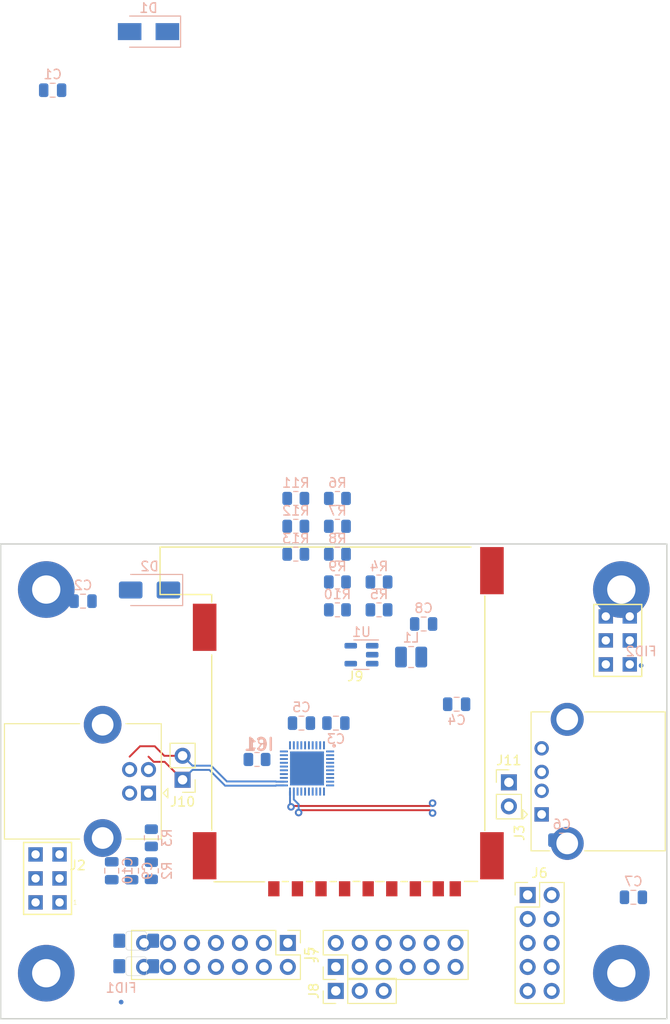
<source format=kicad_pcb>
(kicad_pcb (version 20221018) (generator pcbnew)
  (layers (0 "F.Cu" signal) (31 "B.Cu" signal) (34 "B.Paste" user) (35 "F.Paste" user) (36 "B.SilkS" user "B.Silkscreen") (37 "F.SilkS" user "F.Silkscreen") (38 "B.Mask" user) (39 "F.Mask" user) (44 "Edge.Cuts" user))
  (net 0 "")
  (net 1 "VCC")
  (net 2 "GND")
  (net 3 "/CLDO")
  (net 4 "/VIO")
  (net 5 "/VTM")
  (net 6 "/VBUS")
  (net 7 "Net-(D3-A)")
  (net 8 "Net-(D4-A)")
  (net 9 "/i2c")
  (net 10 "/SCL")
  (net 11 "/SDA")
  (net 12 "/i2c_addr")
  (net 13 "/#BERR")
  (net 14 "/#BUSSY")
  (net 15 "/mode")
  (net 16 "/#RST")
  (net 17 "Net-(IC1-CDAT1_3)")
  (net 18 "Net-(IC1-CDAT1_2)")
  (net 19 "Net-(IC1-CDAT1_1)")
  (net 20 "Net-(IC1-CDAT1_0)")
  (net 21 "/DAT3")
  (net 22 "/DAT2")
  (net 23 "/DAT1")
  (net 24 "/DAT0")
  (net 25 "/USB_OUT_D-")
  (net 26 "/USB_OUT_D+")
  (net 27 "/USB_IN_D-")
  (net 28 "/USB_IN_D+")
  (net 30 "/RREF")
  (net 31 "/KVBUS")
  (net 32 "/CLK")
  (net 33 "/PRST")
  (net 34 "/CMD")
  (net 35 "/CCLK")
  (net 36 "/CCMD")
  (net 37 "/SDP")
  (net 38 "Net-(Q2-C)")
  (net 39 "Net-(Q1-C)")
  (net 41 "Net-(U1-COM)")
  (net 42 "Net-(Q2-B)")
  (net 43 "Net-(Q1-B)")
  (net 44 "/VSD")
  (footprint "Mlab_Mechanical:MountingHole_3mm" (layer "F.Cu") (at 178.98 84.68)
    (fp_text reference "M2" hide)
    (fp_text value "HOLE M3" hide)
    (pad "1" thru_hole circle locked (at 0 0) (size 6 6) (drill 3) (layers "*.Cu" "*.Mask") (net 2 "GND") (clearance 1))
  )
  (footprint "Connector_PinHeader_2.54mm:PinHeader_2x06_P2.54mm_Vertical" (layer "F.Cu") (at 148.71 124.655 90)
    (fp_text reference "J7" (at 1.27 -2.33 90) (layer "F.SilkS"))
    (fp_text value "HEADER_2x04_PARALLEL" hide)
    (fp_line (start -1.33 -1.33) (end 0 -1.33) (stroke (width 0.12)) (layer "F.SilkS"))
    (fp_line (start -1.33 0) (end -1.33 -1.33) (stroke (width 0.12)) (layer "F.SilkS"))
    (fp_line (start -1.33 1.27) (end -1.33 14.03) (stroke (width 0.12)) (layer "F.SilkS"))
    (fp_line (start -1.33 1.27) (end 1.27 1.27) (stroke (width 0.12)) (layer "F.SilkS"))
    (fp_line (start -1.33 14.03) (end 3.87 14.03) (stroke (width 0.12)) (layer "F.SilkS"))
    (fp_line (start 1.27 -1.33) (end 3.87 -1.33) (stroke (width 0.12)) (layer "F.SilkS"))
    (fp_line (start 1.27 1.27) (end 1.27 -1.33) (stroke (width 0.12)) (layer "F.SilkS"))
    (fp_line (start 3.87 -1.33) (end 3.87 14.03) (stroke (width 0.12)) (layer "F.SilkS"))
    (pad "1" thru_hole rect (at 0 0 90) (size 1.7 1.7) (drill 1) (layers "*.Cu" "*.Mask") (net 37 "/SDP"))
    (pad "2" thru_hole oval (at 2.54 0 90) (size 1.7 1.7) (drill 1) (layers "*.Cu" "*.Mask") (net 37 "/SDP"))
    (pad "3" thru_hole oval (at 0 2.54 90) (size 1.7 1.7) (drill 1) (layers "*.Cu" "*.Mask") (net 15 "/mode"))
    (pad "4" thru_hole oval (at 2.54 2.54 90) (size 1.7 1.7) (drill 1) (layers "*.Cu" "*.Mask") (net 15 "/mode"))
    (pad "5" thru_hole oval (at 0 5.08 90) (size 1.7 1.7) (drill 1) (layers "*.Cu" "*.Mask") (net 9 "/i2c"))
    (pad "6" thru_hole oval (at 2.54 5.08 90) (size 1.7 1.7) (drill 1) (layers "*.Cu" "*.Mask") (net 9 "/i2c"))
    (pad "7" thru_hole oval (at 0 7.62 90) (size 1.7 1.7) (drill 1) (layers "*.Cu" "*.Mask") (net 16 "/#RST"))
    (pad "8" thru_hole oval (at 2.54 7.62 90) (size 1.7 1.7) (drill 1) (layers "*.Cu" "*.Mask") (net 16 "/#RST"))
    (pad "9" thru_hole oval (at 0 10.16 90) (size 1.7 1.7) (drill 1) (layers "*.Cu" "*.Mask") (net 38 "Net-(Q2-C)"))
    (pad "10" thru_hole oval (at 2.54 10.16 90) (size 1.7 1.7) (drill 1) (layers "*.Cu" "*.Mask") (net 38 "Net-(Q2-C)"))
    (pad "11" thru_hole oval (at 0 12.7 90) (size 1.7 1.7) (drill 1) (layers "*.Cu" "*.Mask") (net 39 "Net-(Q1-C)"))
    (pad "12" thru_hole oval (at 2.54 12.7 90) (size 1.7 1.7) (drill 1) (layers "*.Cu" "*.Mask") (net 39 "Net-(Q1-C)"))
  )
  (footprint "Mlab_Mechanical:MountingHole_3mm" (layer "F.Cu") (at 178.98 125.32)
    (fp_text reference "M4" hide)
    (fp_text value "HOLE" hide)
    (pad "1" thru_hole circle locked (at 0 0) (size 6 6) (drill 3) (layers "*.Cu" "*.Mask") (net 2 "GND") (clearance 1))
  )
  (footprint "Mlab_CON:FPS009-4200-0" (layer "F.Cu") (at 150.03585 80.18 90)
    (fp_text reference "J9" (at -13.7016 0.7493) (layer "F.SilkS"))
    (fp_text value "SD_Card-FPS009-4200-0")
    (fp_line (start -35.4584 -8.8646) (end -35.4584 -14.224) (stroke (width 0.15)) (layer "F.SilkS"))
    (fp_line (start -35.433 -6.985) (end -35.433 -6.3627) (stroke (width 0.15)) (layer "F.SilkS"))
    (fp_line (start -35.433 -4.4323) (end -35.433 -3.81) (stroke (width 0.15)) (layer "F.SilkS"))
    (fp_line (start -35.433 -1.9177) (end -35.433 -1.27) (stroke (width 0.15)) (layer "F.SilkS"))
    (fp_line (start -35.433 2.921) (end -35.433 3.0734) (stroke (width 0.15)) (layer "F.SilkS"))
    (fp_line (start -35.433 3.0734) (end -35.433 3.7846) (stroke (width 0.15)) (layer "F.SilkS"))
    (fp_line (start -35.433 5.588) (end -35.433 6.2484) (stroke (width 0.15)) (layer "F.SilkS"))
    (fp_line (start -35.433 8.0137) (end -35.433 8.7503) (stroke (width 0.15)) (layer "F.SilkS"))
    (fp_line (start -35.4203 0.5207) (end -35.4203 1.2319) (stroke (width 0.15)) (layer "F.SilkS"))
    (fp_line (start -35.4203 12.319) (end -35.4203 13.7033) (stroke (width 0.15)) (layer "F.SilkS"))
    (fp_line (start -30.0228 14.475) (end -5.1816 14.475) (stroke (width 0.15)) (layer "F.SilkS"))
    (fp_line (start -29.9847 -14.475) (end -11.43 -14.475) (stroke (width 0.15)) (layer "F.SilkS"))
    (fp_line (start -5.8547 -14.475) (end -5.0292 -14.475) (stroke (width 0.15)) (layer "F.SilkS"))
    (fp_line (start -5.0292 -19.95) (end 0 -19.95) (stroke (width 0.15)) (layer "F.SilkS"))
    (fp_line (start -5.0292 -14.475) (end -5.0292 -19.95) (stroke (width 0.15)) (layer "F.SilkS"))
    (fp_line (start 0 -19.95) (end 0 13) (stroke (width 0.15)) (layer "F.SilkS"))
    (pad "1" smd rect (at -36.2 -5.39 270) (size 1.6 1.2) (layers "F.Cu" "F.Paste" "F.Mask") (net 17 "Net-(IC1-CDAT1_3)"))
    (pad "2" smd rect (at -36.2 -2.89 270) (size 1.6 1.2) (layers "F.Cu" "F.Paste" "F.Mask") (net 36 "/CCMD"))
    (pad "3" smd rect (at -36.2 -0.39 270) (size 1.6 1.2) (layers "F.Cu" "F.Paste" "F.Mask") (net 2 "GND"))
    (pad "4" smd rect (at -36.2 2.11 270) (size 1.6 1.2) (layers "F.Cu" "F.Paste" "F.Mask") (net 44 "/VSD"))
    (pad "5" smd rect (at -36.2 4.61 270) (size 1.6 1.2) (layers "F.Cu" "F.Paste" "F.Mask") (net 35 "/CCLK"))
    (pad "6" smd rect (at -36.2 7.11 270) (size 1.6 1.2) (layers "F.Cu" "F.Paste" "F.Mask") (net 2 "GND"))
    (pad "7" smd rect (at -36.2 9.54 270) (size 1.6 1.2) (layers "F.Cu" "F.Paste" "F.Mask") (net 20 "Net-(IC1-CDAT1_0)"))
    (pad "8" smd rect (at -36.2 11.34 270) (size 1.6 1.2) (layers "F.Cu" "F.Paste" "F.Mask") (net 19 "Net-(IC1-CDAT1_1)"))
    (pad "9" smd rect (at -36.2 -7.89 180) (size 1.2 1.6) (layers "F.Cu" "F.Paste" "F.Mask") (net 18 "Net-(IC1-CDAT1_2)"))
    (pad "12" smd rect (at -32.7 -15.225 270) (size 5 2.5) (layers "F.Cu" "F.Paste" "F.Mask"))
    (pad "12" smd rect (at -32.7 15.225 270) (size 5 2.5) (layers "F.Cu" "F.Paste" "F.Mask"))
    (pad "12" smd rect (at -8.5 -15.225 270) (size 5 2.5) (layers "F.Cu" "F.Paste" "F.Mask"))
    (pad "12" smd rect (at -2.5 15.225 270) (size 5 2.5) (layers "F.Cu" "F.Paste" "F.Mask"))
  )
  (footprint "Connector_PinHeader_2.54mm:PinHeader_2x05_P2.54mm_Vertical" (layer "F.Cu") (at 169.05 117.04)
    (fp_text reference "J6" (at 1.27 -2.33) (layer "F.SilkS"))
    (fp_text value "HEADER_2x05_PARALLEL" hide)
    (fp_line (start -1.33 -1.33) (end 0 -1.33) (stroke (width 0.12)) (layer "F.SilkS"))
    (fp_line (start -1.33 0) (end -1.33 -1.33) (stroke (width 0.12)) (layer "F.SilkS"))
    (fp_line (start -1.33 1.27) (end -1.33 11.49) (stroke (width 0.12)) (layer "F.SilkS"))
    (fp_line (start -1.33 1.27) (end 1.27 1.27) (stroke (width 0.12)) (layer "F.SilkS"))
    (fp_line (start -1.33 11.49) (end 3.87 11.49) (stroke (width 0.12)) (layer "F.SilkS"))
    (fp_line (start 1.27 -1.33) (end 3.87 -1.33) (stroke (width 0.12)) (layer "F.SilkS"))
    (fp_line (start 1.27 1.27) (end 1.27 -1.33) (stroke (width 0.12)) (layer "F.SilkS"))
    (fp_line (start 3.87 -1.33) (end 3.87 11.49) (stroke (width 0.12)) (layer "F.SilkS"))
    (pad "1" thru_hole rect (at 0 0) (size 1.7 1.7) (drill 1) (layers "*.Cu" "*.Mask") (net 2 "GND"))
    (pad "2" thru_hole oval (at 2.54 0) (size 1.7 1.7) (drill 1) (layers "*.Cu" "*.Mask") (net 2 "GND"))
    (pad "3" thru_hole oval (at 0 2.54) (size 1.7 1.7) (drill 1) (layers "*.Cu" "*.Mask") (net 11 "/SDA"))
    (pad "4" thru_hole oval (at 2.54 2.54) (size 1.7 1.7) (drill 1) (layers "*.Cu" "*.Mask") (net 11 "/SDA"))
    (pad "5" thru_hole oval (at 0 5.08) (size 1.7 1.7) (drill 1) (layers "*.Cu" "*.Mask") (net 1 "VCC"))
    (pad "6" thru_hole oval (at 2.54 5.08) (size 1.7 1.7) (drill 1) (layers "*.Cu" "*.Mask") (net 1 "VCC"))
    (pad "7" thru_hole oval (at 0 7.62) (size 1.7 1.7) (drill 1) (layers "*.Cu" "*.Mask") (net 10 "/SCL"))
    (pad "8" thru_hole oval (at 2.54 7.62) (size 1.7 1.7) (drill 1) (layers "*.Cu" "*.Mask") (net 10 "/SCL"))
    (pad "9" thru_hole oval (at 0 10.16) (size 1.7 1.7) (drill 1) (layers "*.Cu" "*.Mask") (net 2 "GND"))
    (pad "10" thru_hole oval (at 2.54 10.16) (size 1.7 1.7) (drill 1) (layers "*.Cu" "*.Mask") (net 2 "GND"))
  )
  (footprint "Connector_PinHeader_2.54mm:PinHeader_1x02_P2.54mm_Vertical" (layer "F.Cu") (at 132.4725 104.83 180)
    (fp_text reference "J10" (at 0 -2.33) (layer "F.SilkS"))
    (fp_text value "HEADER_1x02" hide)
    (fp_line (start -1.33 -1.33) (end 0 -1.33) (stroke (width 0.12)) (layer "F.SilkS"))
    (fp_line (start -1.33 0) (end -1.33 -1.33) (stroke (width 0.12)) (layer "F.SilkS"))
    (fp_line (start -1.33 1.27) (end -1.33 3.87) (stroke (width 0.12)) (layer "F.SilkS"))
    (fp_line (start -1.33 1.27) (end 1.33 1.27) (stroke (width 0.12)) (layer "F.SilkS"))
    (fp_line (start -1.33 3.87) (end 1.33 3.87) (stroke (width 0.12)) (layer "F.SilkS"))
    (fp_line (start 1.33 1.27) (end 1.33 3.87) (stroke (width 0.12)) (layer "F.SilkS"))
    (pad "1" thru_hole rect (at 0 0 180) (size 1.7 1.7) (drill 1) (layers "*.Cu" "*.Mask") (net 27 "/USB_IN_D-"))
    (pad "2" thru_hole oval (at 0 2.54 180) (size 1.7 1.7) (drill 1) (layers "*.Cu" "*.Mask") (net 28 "/USB_IN_D+"))
  )
  (footprint "Connector_USB:USB_B_Lumberg_2411_02_Horizontal" (layer "F.Cu") (at 128.86 106.249999 180)
    (fp_text reference "J2" (at 7.5 -7.65) (layer "F.SilkS"))
    (fp_text value "USB_B" hide)
    (fp_line (start -2.05 -0.5) (end -2.05 0.5) (stroke (width 0.12)) (layer "F.SilkS"))
    (fp_line (start -2.05 0.5) (end -1.55 0) (stroke (width 0.12)) (layer "F.SilkS"))
    (fp_line (start -1.55 0) (end -2.05 -0.5) (stroke (width 0.12)) (layer "F.SilkS"))
    (fp_line (start -1.35 -4.86) (end 2.4 -4.86) (stroke (width 0.12)) (layer "F.SilkS"))
    (fp_line (start -1.35 7.36) (end -1.35 -4.86) (stroke (width 0.12)) (layer "F.SilkS"))
    (fp_line (start -1.35 7.36) (end 2.4 7.36) (stroke (width 0.12)) (layer "F.SilkS"))
    (fp_line (start 15.27 -4.86) (end 7.3 -4.86) (stroke (width 0.12)) (layer "F.SilkS"))
    (fp_line (start 15.27 7.36) (end 7.3 7.36) (stroke (width 0.12)) (layer "F.SilkS"))
    (fp_line (start 15.27 7.36) (end 15.27 -4.86) (stroke (width 0.12)) (layer "F.SilkS"))
    (pad "1" thru_hole rect (at 0 0 270) (size 1.6 1.6) (drill 0.95) (layers "*.Cu" "*.Mask") (net 6 "/VBUS"))
    (pad "2" thru_hole circle (at 0 2.5 270) (size 1.6 1.6) (drill 0.95) (layers "*.Cu" "*.Mask") (net 27 "/USB_IN_D-"))
    (pad "3" thru_hole circle (at 2 2.5 270) (size 1.6 1.6) (drill 0.95) (layers "*.Cu" "*.Mask") (net 28 "/USB_IN_D+"))
    (pad "4" thru_hole circle (at 2 0 270) (size 1.6 1.6) (drill 0.95) (layers "*.Cu" "*.Mask") (net 2 "GND"))
    (pad "5" thru_hole circle (at 4.86 -4.75 270) (size 4 4) (drill 2.3) (layers "*.Cu" "*.Mask") (net 2 "GND"))
    (pad "5" thru_hole circle (at 4.86 7.25 270) (size 4 4) (drill 2.3) (layers "*.Cu" "*.Mask") (net 2 "GND"))
  )
  (footprint "Mlab_Pin_Headers:Straight_2x03" (layer "F.Cu") (at 178.6025 90.07)
    (fp_text reference "J1" hide)
    (fp_text value "3.3V" hide)
    (fp_line (start -2.54 -3.81) (end 2.54 -3.81) (stroke (width 0.15)) (layer "F.SilkS"))
    (fp_line (start -2.54 3.81) (end -2.54 -3.81) (stroke (width 0.15)) (layer "F.SilkS"))
    (fp_line (start 2.54 -3.81) (end 2.54 3.81) (stroke (width 0.15)) (layer "F.SilkS"))
    (fp_line (start 2.54 3.81) (end -2.54 3.81) (stroke (width 0.15)) (layer "F.SilkS"))
    (pad "1" thru_hole rect (at -1.27 -2.54) (size 1.524 1.524) (drill 0.889) (layers "*.Cu" "*.Mask") (net 2 "GND"))
    (pad "2" thru_hole rect (at 1.27 -2.54) (size 1.524 1.524) (drill 0.889) (layers "*.Cu" "*.Mask") (net 2 "GND"))
    (pad "3" thru_hole rect (at -1.27 0) (size 1.524 1.524) (drill 0.889) (layers "*.Cu" "*.Mask") (net 1 "VCC"))
    (pad "4" thru_hole rect (at 1.27 0) (size 1.524 1.524) (drill 0.889) (layers "*.Cu" "*.Mask") (net 1 "VCC"))
    (pad "5" thru_hole rect (at -1.27 2.54) (size 1.524 1.524) (drill 0.889) (layers "*.Cu" "*.Mask") (net 2 "GND"))
    (pad "6" thru_hole rect (at 1.27 2.54) (size 1.524 1.524) (drill 0.889) (layers "*.Cu" "*.Mask") (net 2 "GND"))
  )
  (footprint "Mlab_Mechanical:MountingHole_3mm" (layer "F.Cu") (at 118.02 125.32)
    (fp_text reference "M3" hide)
    (fp_text value "HOLE" hide)
    (pad "1" thru_hole circle locked (at 0 0) (size 6 6) (drill 3) (layers "*.Cu" "*.Mask") (net 2 "GND") (clearance 1))
  )
  (footprint "Connector_USB:USB_A_CONNFLY_DS1095-WNR0" (layer "F.Cu") (at 170.5325 108.499999 90)
    (fp_text reference "J3" (at -1.95 -2.35 90) (layer "F.SilkS"))
    (fp_text value "USB_A")
    (fp_line (start -3.86 -1.12) (end -3.86 0.86) (stroke (width 0.12)) (layer "F.SilkS"))
    (fp_line (start -3.86 -1.12) (end 10.86 -1.12) (stroke (width 0.12)) (layer "F.SilkS"))
    (fp_line (start -3.86 4.56) (end -3.86 13.1) (stroke (width 0.12)) (layer "F.SilkS"))
    (fp_line (start -3.86 13.1) (end 10.86 13.1) (stroke (width 0.12)) (layer "F.SilkS"))
    (fp_line (start -0.5 -2) (end 0 -1.5) (stroke (width 0.12)) (layer "F.SilkS"))
    (fp_line (start 0 -1.5) (end 0.5 -2) (stroke (width 0.12)) (layer "F.SilkS"))
    (fp_line (start 0.5 -2) (end -0.5 -2) (stroke (width 0.12)) (layer "F.SilkS"))
    (fp_line (start 10.86 0.86) (end 10.86 -1.12) (stroke (width 0.12)) (layer "F.SilkS"))
    (fp_line (start 10.86 4.56) (end 10.86 13.1) (stroke (width 0.12)) (layer "F.SilkS"))
    (pad "1" thru_hole rect (at 0 0 90) (size 1.524 1.524) (drill 0.92) (layers "*.Cu" "*.Mask") (net 6 "/VBUS"))
    (pad "2" thru_hole circle (at 2.5 0 90) (size 1.524 1.524) (drill 0.92) (layers "*.Cu" "*.Mask") (net 25 "/USB_OUT_D-"))
    (pad "3" thru_hole circle (at 4.5 0 90) (size 1.524 1.524) (drill 0.92) (layers "*.Cu" "*.Mask") (net 26 "/USB_OUT_D+"))
    (pad "4" thru_hole circle (at 7 0 90) (size 1.524 1.524) (drill 0.92) (layers "*.Cu" "*.Mask") (net 2 "GND"))
    (pad "5" thru_hole circle (at -3.07 2.71 90) (size 3.5 3.5) (drill 2.3) (layers "*.Cu" "*.Mask") (net 2 "GND"))
    (pad "5" thru_hole circle (at 10.07 2.71 90) (size 3.5 3.5) (drill 2.3) (layers "*.Cu" "*.Mask") (net 2 "GND"))
  )
  (footprint "Mlab_Mechanical:MountingHole_3mm" (layer "F.Cu") (at 118.02 84.68)
    (fp_text reference "M1" hide)
    (fp_text value "HOLE M3" hide)
    (pad "1" thru_hole circle locked (at 0 0) (size 6 6) (drill 3) (layers "*.Cu" "*.Mask") (net 2 "GND") (clearance 1))
  )
  (footprint "Connector_PinHeader_2.54mm:PinHeader_2x07_P2.54mm_Vertical" (layer "F.Cu") (at 143.63 122.115 -90)
    (fp_text reference "J5" (at 1.27 -2.33 90) (layer "F.SilkS"))
    (fp_text value "HEADER_2x07_PARALLEL" hide)
    (fp_line (start -1.33 -1.33) (end 0 -1.33) (stroke (width 0.12)) (layer "F.SilkS"))
    (fp_line (start -1.33 0) (end -1.33 -1.33) (stroke (width 0.12)) (layer "F.SilkS"))
    (fp_line (start -1.33 1.27) (end -1.33 16.57) (stroke (width 0.12)) (layer "F.SilkS"))
    (fp_line (start -1.33 1.27) (end 1.27 1.27) (stroke (width 0.12)) (layer "F.SilkS"))
    (fp_line (start -1.33 16.57) (end 3.87 16.57) (stroke (width 0.12)) (layer "F.SilkS"))
    (fp_line (start 1.27 -1.33) (end 3.87 -1.33) (stroke (width 0.12)) (layer "F.SilkS"))
    (fp_line (start 1.27 1.27) (end 1.27 -1.33) (stroke (width 0.12)) (layer "F.SilkS"))
    (fp_line (start 3.87 -1.33) (end 3.87 16.57) (stroke (width 0.12)) (layer "F.SilkS"))
    (pad "1" thru_hole rect (at 0 0 270) (size 1.7 1.7) (drill 1) (layers "*.Cu" "*.Mask") (net 21 "/DAT3"))
    (pad "2" thru_hole oval (at 2.54 0 270) (size 1.7 1.7) (drill 1) (layers "*.Cu" "*.Mask") (net 21 "/DAT3"))
    (pad "3" thru_hole oval (at 0 2.54 270) (size 1.7 1.7) (drill 1) (layers "*.Cu" "*.Mask") (net 22 "/DAT2"))
    (pad "4" thru_hole oval (at 2.54 2.54 270) (size 1.7 1.7) (drill 1) (layers "*.Cu" "*.Mask") (net 22 "/DAT2"))
    (pad "5" thru_hole oval (at 0 5.08 270) (size 1.7 1.7) (drill 1) (layers "*.Cu" "*.Mask") (net 23 "/DAT1"))
    (pad "6" thru_hole oval (at 2.54 5.08 270) (size 1.7 1.7) (drill 1) (layers "*.Cu" "*.Mask") (net 23 "/DAT1"))
    (pad "7" thru_hole oval (at 0 7.62 270) (size 1.7 1.7) (drill 1) (layers "*.Cu" "*.Mask") (net 24 "/DAT0"))
    (pad "8" thru_hole oval (at 2.54 7.62 270) (size 1.7 1.7) (drill 1) (layers "*.Cu" "*.Mask") (net 24 "/DAT0"))
    (pad "9" thru_hole oval (at 0 10.16 270) (size 1.7 1.7) (drill 1) (layers "*.Cu" "*.Mask") (net 33 "/PRST"))
    (pad "10" thru_hole oval (at 2.54 10.16 270) (size 1.7 1.7) (drill 1) (layers "*.Cu" "*.Mask") (net 33 "/PRST"))
    (pad "11" thru_hole oval (at 0 12.7 270) (size 1.7 1.7) (drill 1) (layers "*.Cu" "*.Mask") (net 34 "/CMD"))
    (pad "12" thru_hole oval (at 2.54 12.7 270) (size 1.7 1.7) (drill 1) (layers "*.Cu" "*.Mask") (net 34 "/CMD"))
    (pad "13" thru_hole oval (at 0 15.24 270) (size 1.7 1.7) (drill 1) (layers "*.Cu" "*.Mask") (net 32 "/CLK"))
    (pad "14" thru_hole oval (at 2.54 15.24 270) (size 1.7 1.7) (drill 1) (layers "*.Cu" "*.Mask") (net 32 "/CLK"))
  )
  (footprint "Connector_PinHeader_2.54mm:PinHeader_1x02_P2.54mm_Vertical" (layer "F.Cu") (at 167.06 105.105)
    (fp_text reference "J11" (at 0 -2.33) (layer "F.SilkS"))
    (fp_text value "HEADER_1x02" hide)
    (fp_line (start -1.33 -1.33) (end 0 -1.33) (stroke (width 0.12)) (layer "F.SilkS"))
    (fp_line (start -1.33 0) (end -1.33 -1.33) (stroke (width 0.12)) (layer "F.SilkS"))
    (fp_line (start -1.33 1.27) (end -1.33 3.87) (stroke (width 0.12)) (layer "F.SilkS"))
    (fp_line (start -1.33 1.27) (end 1.33 1.27) (stroke (width 0.12)) (layer "F.SilkS"))
    (fp_line (start -1.33 3.87) (end 1.33 3.87) (stroke (width 0.12)) (layer "F.SilkS"))
    (fp_line (start 1.33 1.27) (end 1.33 3.87) (stroke (width 0.12)) (layer "F.SilkS"))
    (pad "1" thru_hole rect (at 0 0) (size 1.7 1.7) (drill 1) (layers "*.Cu" "*.Mask") (net 26 "/USB_OUT_D+"))
    (pad "2" thru_hole oval (at 0 2.54) (size 1.7 1.7) (drill 1) (layers "*.Cu" "*.Mask") (net 25 "/USB_OUT_D-"))
  )
  (footprint "Connector_PinHeader_2.54mm:PinHeader_1x03_P2.54mm_Vertical" (layer "F.Cu") (at 148.71 127.195 90)
    (fp_text reference "J8" (at 0 -2.33 90) (layer "F.SilkS"))
    (fp_text value "HEADER_1x02" hide)
    (fp_line (start -1.33 -1.33) (end 0 -1.33) (stroke (width 0.12)) (layer "F.SilkS"))
    (fp_line (start -1.33 0) (end -1.33 -1.33) (stroke (width 0.12)) (layer "F.SilkS"))
    (fp_line (start -1.33 1.27) (end -1.33 6.41) (stroke (width 0.12)) (layer "F.SilkS"))
    (fp_line (start -1.33 1.27) (end 1.33 1.27) (stroke (width 0.12)) (layer "F.SilkS"))
    (fp_line (start -1.33 6.41) (end 1.33 6.41) (stroke (width 0.12)) (layer "F.SilkS"))
    (fp_line (start 1.33 1.27) (end 1.33 6.41) (stroke (width 0.12)) (layer "F.SilkS"))
    (pad "1" thru_hole rect (at 0 0 90) (size 1.7 1.7) (drill 1) (layers "*.Cu" "*.Mask") (net 2 "GND"))
    (pad "2" thru_hole oval (at 0 2.54 90) (size 1.7 1.7) (drill 1) (layers "*.Cu" "*.Mask") (net 2 "GND"))
    (pad "3" thru_hole oval (at 0 5.08 90) (size 1.7 1.7) (drill 1) (layers "*.Cu" "*.Mask") (net 2 "GND"))
  )
  (footprint "Mlab_Pin_Headers:Straight_2x03" (layer "F.Cu") (at 118.16 115.28 180)
    (fp_text reference "J4" hide)
    (fp_text value "VBUS" hide)
    (fp_text user "1" (at -2.921 -2.54) (layer "F.SilkS") (effects (font (size 0.5 0.5) (thickness 0.05))))
    (fp_line (start -2.54 -3.81) (end 2.54 -3.81) (stroke (width 0.15)) (layer "F.SilkS"))
    (fp_line (start -2.54 3.81) (end -2.54 -3.81) (stroke (width 0.15)) (layer "F.SilkS"))
    (fp_line (start 2.54 -3.81) (end 2.54 3.81) (stroke (width 0.15)) (layer "F.SilkS"))
    (fp_line (start 2.54 3.81) (end -2.54 3.81) (stroke (width 0.15)) (layer "F.SilkS"))
    (pad "1" thru_hole rect (at -1.27 -2.54 180) (size 1.524 1.524) (drill 0.889) (layers "*.Cu" "*.Mask") (net 2 "GND"))
    (pad "2" thru_hole rect (at 1.27 -2.54 180) (size 1.524 1.524) (drill 0.889) (layers "*.Cu" "*.Mask") (net 2 "GND"))
    (pad "3" thru_hole rect (at -1.27 0 180) (size 1.524 1.524) (drill 0.889) (layers "*.Cu" "*.Mask") (net 6 "/VBUS"))
    (pad "4" thru_hole rect (at 1.27 0 180) (size 1.524 1.524) (drill 0.889) (layers "*.Cu" "*.Mask") (net 6 "/VBUS"))
    (pad "5" thru_hole rect (at -1.27 2.54 180) (size 1.524 1.524) (drill 0.889) (layers "*.Cu" "*.Mask") (net 2 "GND"))
    (pad "6" thru_hole rect (at 1.27 2.54 180) (size 1.524 1.524) (drill 0.889) (layers "*.Cu" "*.Mask") (net 2 "GND"))
  )
  (footprint "Resistor_SMD:R_0805_2012Metric" (layer "B.Cu") (at 153.295 83.88 180)
    (fp_text reference "R4" (at 0 1.65) (layer "B.SilkS") (effects (justify mirror)))
    (fp_text value "10k")
    (fp_line (start -0.227064 -0.735) (end 0.227064 -0.735) (stroke (width 0.12)) (layer "B.SilkS"))
    (fp_line (start -0.227064 0.735) (end 0.227064 0.735) (stroke (width 0.12)) (layer "B.SilkS"))
    (pad "1" smd roundrect (at -0.9125 0 180) (size 1.025 1.4) (layers "B.Cu" "B.Paste" "B.Mask") (roundrect_rratio 0.243902) (net 1 "VCC"))
    (pad "2" smd roundrect (at 0.9125 0 180) (size 1.025 1.4) (layers "B.Cu" "B.Paste" "B.Mask") (roundrect_rratio 0.243902) (net 9 "/i2c"))
  )
  (footprint "Resistor_SMD:R_0805_2012Metric" (layer "B.Cu") (at 129.16 110.98 90)
    (fp_text reference "R3" (at 0 1.65 90) (layer "B.SilkS") (effects (justify mirror)))
    (fp_text value "10k")
    (fp_line (start -0.227064 -0.735) (end 0.227064 -0.735) (stroke (width 0.12)) (layer "B.SilkS"))
    (fp_line (start -0.227064 0.735) (end 0.227064 0.735) (stroke (width 0.12)) (layer "B.SilkS"))
    (pad "1" smd roundrect (at -0.9125 0 90) (size 1.025 1.4) (layers "B.Cu" "B.Paste" "B.Mask") (roundrect_rratio 0.243902) (net 31 "/KVBUS"))
    (pad "2" smd roundrect (at 0.9125 0 90) (size 1.025 1.4) (layers "B.Cu" "B.Paste" "B.Mask") (roundrect_rratio 0.243902) (net 2 "GND"))
  )
  (footprint "Resistor_SMD:R_0805_2012Metric" (layer "B.Cu") (at 140.36 102.68 180)
    (fp_text reference "R1" (at 0 1.65) (layer "B.SilkS") (effects (justify mirror)))
    (fp_text value "6.19k")
    (fp_line (start -0.227064 -0.735) (end 0.227064 -0.735) (stroke (width 0.12)) (layer "B.SilkS"))
    (fp_line (start -0.227064 0.735) (end 0.227064 0.735) (stroke (width 0.12)) (layer "B.SilkS"))
    (pad "1" smd roundrect (at -0.9125 0 180) (size 1.025 1.4) (layers "B.Cu" "B.Paste" "B.Mask") (roundrect_rratio 0.243902) (net 30 "/RREF"))
    (pad "2" smd roundrect (at 0.9125 0 180) (size 1.025 1.4) (layers "B.Cu" "B.Paste" "B.Mask") (roundrect_rratio 0.243902) (net 2 "GND"))
  )
  (footprint "Capacitor_SMD:C_0805_2012Metric" (layer "B.Cu") (at 118.7 31.78786 180)
    (fp_text reference "C1" (at 0 1.68) (layer "B.SilkS") (effects (justify mirror)))
    (fp_text value "10uF")
    (fp_line (start -0.261252 -0.735) (end 0.261252 -0.735) (stroke (width 0.12)) (layer "B.SilkS"))
    (fp_line (start -0.261252 0.735) (end 0.261252 0.735) (stroke (width 0.12)) (layer "B.SilkS"))
    (pad "1" smd roundrect (at -0.95 0 180) (size 1 1.45) (layers "B.Cu" "B.Paste" "B.Mask") (net 1 "VCC"))
    (pad "2" smd roundrect (at 0.95 0 180) (size 1 1.45) (layers "B.Cu" "B.Paste" "B.Mask") (net 2 "GND"))
  )
  (footprint "Capacitor_SMD:C_0805_2012Metric" (layer "B.Cu") (at 180.26 117.28 180)
    (fp_text reference "C7" (at 0 1.68) (layer "B.SilkS") (effects (justify mirror)))
    (fp_text value "C_Small")
    (fp_line (start -0.261252 -0.735) (end 0.261252 -0.735) (stroke (width 0.12)) (layer "B.SilkS"))
    (fp_line (start -0.261252 0.735) (end 0.261252 0.735) (stroke (width 0.12)) (layer "B.SilkS"))
    (pad "1" smd roundrect (at -0.95 0 180) (size 1 1.45) (layers "B.Cu" "B.Paste" "B.Mask") (net 5 "/VTM"))
    (pad "2" smd roundrect (at 0.95 0 180) (size 1 1.45) (layers "B.Cu" "B.Paste" "B.Mask") (net 2 "GND"))
  )
  (footprint "Resistor_SMD:R_0805_2012Metric" (layer "B.Cu") (at 148.885 83.88 180)
    (fp_text reference "R9" (at 0 1.65) (layer "B.SilkS") (effects (justify mirror)))
    (fp_text value "R_Small")
    (fp_line (start -0.227064 -0.735) (end 0.227064 -0.735) (stroke (width 0.12)) (layer "B.SilkS"))
    (fp_line (start -0.227064 0.735) (end 0.227064 0.735) (stroke (width 0.12)) (layer "B.SilkS"))
    (pad "1" smd roundrect (at -0.9125 0 180) (size 1.025 1.4) (layers "B.Cu" "B.Paste" "B.Mask") (roundrect_rratio 0.243902) (net 7 "Net-(D3-A)"))
    (pad "2" smd roundrect (at 0.9125 0 180) (size 1.025 1.4) (layers "B.Cu" "B.Paste" "B.Mask") (roundrect_rratio 0.243902) (net 38 "Net-(Q2-C)"))
  )
  (footprint "Diode_SMD:D_SMA" (layer "B.Cu") (at 128.86 25.58 180)
    (fp_text reference "D1" (at 0 2.5) (layer "B.SilkS") (effects (justify mirror)))
    (fp_text value "BZV55C-5,6V")
    (fp_line (start -3.4 -1.65) (end 2 -1.65) (stroke (width 0.12)) (layer "B.SilkS"))
    (fp_line (start -3.4 1.65) (end -3.4 -1.65) (stroke (width 0.12)) (layer "B.SilkS"))
    (fp_line (start -3.4 1.65) (end 2 1.65) (stroke (width 0.12)) (layer "B.SilkS"))
    (pad "1" smd rect (at -2 0 180) (size 2.5 1.8) (layers "B.Cu" "B.Paste" "B.Mask") (net 1 "VCC"))
    (pad "2" smd rect (at 2 0 180) (size 2.5 1.8) (layers "B.Cu" "B.Paste" "B.Mask") (net 2 "GND"))
  )
  (footprint "Diode_SMD:D_SMA" (layer "B.Cu") (at 128.9725 84.73 180)
    (fp_text reference "D2" (at 0 2.5) (layer "B.SilkS") (effects (justify mirror)))
    (fp_text value "BZV55C-5,6V")
    (fp_line (start -3.51 -1.65) (end 2 -1.65) (stroke (width 0.12)) (layer "B.SilkS"))
    (fp_line (start -3.51 1.65) (end -3.51 -1.65) (stroke (width 0.12)) (layer "B.SilkS"))
    (fp_line (start -3.51 1.65) (end 2 1.65) (stroke (width 0.12)) (layer "B.SilkS"))
    (pad "1" smd roundrect (at -2 0 180) (size 2.5 1.8) (layers "B.Cu" "B.Paste" "B.Mask") (roundrect_rratio 0.1388888889) (net 6 "/VBUS"))
    (pad "2" smd roundrect (at 2 0 180) (size 2.5 1.8) (layers "B.Cu" "B.Paste" "B.Mask") (roundrect_rratio 0.1388888889) (net 2 "GND"))
  )
  (footprint "Capacitor_SMD:C_0805_2012Metric" (layer "B.Cu") (at 145.0725 98.83 180)
    (fp_text reference "C5" (at 0 1.68) (layer "B.SilkS") (effects (justify mirror)))
    (fp_text value "C_Small")
    (fp_line (start -0.261252 -0.735) (end 0.261252 -0.735) (stroke (width 0.12)) (layer "B.SilkS"))
    (fp_line (start -0.261252 0.735) (end 0.261252 0.735) (stroke (width 0.12)) (layer "B.SilkS"))
    (pad "1" smd roundrect (at -0.95 0 180) (size 1 1.45) (layers "B.Cu" "B.Paste" "B.Mask") (net 3 "/CLDO"))
    (pad "2" smd roundrect (at 0.95 0 180) (size 1 1.45) (layers "B.Cu" "B.Paste" "B.Mask") (net 2 "GND"))
  )
  (footprint "Mlab_D:LED_1206_mill" (layer "B.Cu") (at 127.56 124.58 180)
    (fp_text reference "D3" hide)
    (fp_text value "LED" hide)
    (fp_line (start -1.1 0.7) (end -1.1 -0.7) (stroke (width 0.05)) (layer "Edge.Cuts"))
    (fp_line (start -0.8 -1) (end 0.8 -1) (stroke (width 0.05)) (layer "Edge.Cuts"))
    (fp_line (start 0.8 1) (end -0.8 1) (stroke (width 0.05)) (layer "Edge.Cuts"))
    (fp_line (start 1.1 -0.7) (end 1.1 0.7) (stroke (width 0.05)) (layer "Edge.Cuts"))
    (fp_arc (start -1.1 -0.7) (mid -1.012132 -0.912132) (end -0.8 -1) (stroke (width 0.05)) (layer "Edge.Cuts"))
    (fp_arc (start -0.8 1) (mid -1.012132 0.912132) (end -1.1 0.7) (stroke (width 0.05)) (layer "Edge.Cuts"))
    (fp_arc (start 0.8 -1) (mid 1.012132 -0.912132) (end 1.1 -0.7) (stroke (width 0.05)) (layer "Edge.Cuts"))
    (fp_arc (start 1.1 0.7) (mid 1.012132 0.912132) (end 0.8 1) (stroke (width 0.05)) (layer "Edge.Cuts"))
    (pad "1" smd roundrect (at 1.8 0) (size 1.25 1.5) (layers "B.Cu" "B.Paste" "B.Mask") (roundrect_rratio 0.1333336) (net 1 "VCC"))
    (pad "2" smd roundrect (at -1.8 0 180) (size 1.25 1.5) (layers "B.Cu" "B.Paste" "B.Mask") (roundrect_rratio 0.1333336) (net 7 "Net-(D3-A)"))
  )
  (footprint "Capacitor_SMD:C_0805_2012Metric" (layer "B.Cu") (at 127.06 114.4675 90)
    (fp_text reference "C9" (at 0 1.68 90) (layer "B.SilkS") (effects (justify mirror)))
    (fp_text value "10uF")
    (fp_line (start -0.261252 -0.735) (end 0.261252 -0.735) (stroke (width 0.12)) (layer "B.SilkS"))
    (fp_line (start -0.261252 0.735) (end 0.261252 0.735) (stroke (width 0.12)) (layer "B.SilkS"))
    (pad "1" smd roundrect (at -0.95 0 90) (size 1 1.45) (layers "B.Cu" "B.Paste" "B.Mask") (net 6 "/VBUS"))
    (pad "2" smd roundrect (at 0.95 0 90) (size 1 1.45) (layers "B.Cu" "B.Paste" "B.Mask") (net 2 "GND"))
  )
  (footprint "Resistor_SMD:R_0805_2012Metric" (layer "B.Cu") (at 153.295 86.83 180)
    (fp_text reference "R5" (at 0 1.65) (layer "B.SilkS") (effects (justify mirror)))
    (fp_text value "10k")
    (fp_line (start -0.227064 -0.735) (end 0.227064 -0.735) (stroke (width 0.12)) (layer "B.SilkS"))
    (fp_line (start -0.227064 0.735) (end 0.227064 0.735) (stroke (width 0.12)) (layer "B.SilkS"))
    (pad "1" smd roundrect (at -0.9125 0 180) (size 1.025 1.4) (layers "B.Cu" "B.Paste" "B.Mask") (roundrect_rratio 0.243902) (net 1 "VCC"))
    (pad "2" smd roundrect (at 0.9125 0 180) (size 1.025 1.4) (layers "B.Cu" "B.Paste" "B.Mask") (roundrect_rratio 0.243902) (net 16 "/#RST"))
  )
  (footprint "Mlab_IO:QFN40P500X500X80-41N" (layer "B.Cu") (at 145.66 103.63 180)
    (fp_text reference "IC1" (at 5.08 2.54) (layer "B.SilkS") (effects (font (size 1.27 1.27) (thickness 0.254)) (justify mirror)))
    (fp_text value "MAX14502AETL+" hide)
    (fp_circle (center -2.875 2.4) (end -2.875 2.3) (stroke (width 0.2)) (fill none) (layer "B.SilkS"))
    (pad "1" smd rect (at -2.45 1.8 90) (size 0.2 0.85) (layers "B.Cu" "B.Paste" "B.Mask") (net 9 "/i2c"))
    (pad "2" smd rect (at -2.45 1.4 90) (size 0.2 0.85) (layers "B.Cu" "B.Paste" "B.Mask") (net 10 "/SCL"))
    (pad "3" smd rect (at -2.45 1 90) (size 0.2 0.85) (layers "B.Cu" "B.Paste" "B.Mask") (net 11 "/SDA"))
    (pad "4" smd rect (at -2.45 0.6 90) (size 0.2 0.85) (layers "B.Cu" "B.Paste" "B.Mask") (net 12 "/i2c_addr"))
    (pad "5" smd rect (at -2.45 0.2 90) (size 0.2 0.85) (layers "B.Cu" "B.Paste" "B.Mask") (net 4 "/VIO"))
    (pad "6" smd rect (at -2.45 -0.2 90) (size 0.2 0.85) (layers "B.Cu" "B.Paste" "B.Mask") (net 13 "/#BERR"))
    (pad "7" smd rect (at -2.45 -0.6 90) (size 0.2 0.85) (layers "B.Cu" "B.Paste" "B.Mask") (net 14 "/#BUSSY"))
    (pad "8" smd rect (at -2.45 -1 90) (size 0.2 0.85) (layers "B.Cu" "B.Paste" "B.Mask") (net 15 "/mode"))
    (pad "9" smd rect (at -2.45 -1.4 90) (size 0.2 0.85) (layers "B.Cu" "B.Paste" "B.Mask") (net 16 "/#RST"))
    (pad "10" smd rect (at -2.45 -1.8 90) (size 0.2 0.85) (layers "B.Cu" "B.Paste" "B.Mask") (net 17 "Net-(IC1-CDAT1_3)"))
    (pad "11" smd rect (at -1.8 -2.45 180) (size 0.2 0.85) (layers "B.Cu" "B.Paste" "B.Mask") (net 18 "Net-(IC1-CDAT1_2)"))
    (pad "12" smd rect (at -1.4 -2.45 180) (size 0.2 0.85) (layers "B.Cu" "B.Paste" "B.Mask") (net 19 "Net-(IC1-CDAT1_1)"))
    (pad "13" smd rect (at -1 -2.45 180) (size 0.2 0.85) (layers "B.Cu" "B.Paste" "B.Mask") (net 20 "Net-(IC1-CDAT1_0)"))
    (pad "14" smd rect (at -0.6 -2.45 180) (size 0.2 0.85) (layers "B.Cu" "B.Paste" "B.Mask") (net 21 "/DAT3"))
    (pad "15" smd rect (at -0.2 -2.45 180) (size 0.2 0.85) (layers "B.Cu" "B.Paste" "B.Mask") (net 22 "/DAT2"))
    (pad "16" smd rect (at 0.2 -2.45 180) (size 0.2 0.85) (layers "B.Cu" "B.Paste" "B.Mask") (net 23 "/DAT1"))
    (pad "17" smd rect (at 0.6 -2.45 180) (size 0.2 0.85) (layers "B.Cu" "B.Paste" "B.Mask") (net 24 "/DAT0"))
    (pad "18" smd rect (at 1 -2.45 180) (size 0.2 0.85) (layers "B.Cu" "B.Paste" "B.Mask") (net 2 "GND"))
    (pad "19" smd rect (at 1.4 -2.45 180) (size 0.2 0.85) (layers "B.Cu" "B.Paste" "B.Mask") (net 25 "/USB_OUT_D-"))
    (pad "20" smd rect (at 1.8 -2.45 180) (size 0.2 0.85) (layers "B.Cu" "B.Paste" "B.Mask") (net 26 "/USB_OUT_D+"))
    (pad "21" smd rect (at 2.45 -1.8 90) (size 0.2 0.85) (layers "B.Cu" "B.Paste" "B.Mask") (net 27 "/USB_IN_D-"))
    (pad "22" smd rect (at 2.45 -1.4 90) (size 0.2 0.85) (layers "B.Cu" "B.Paste" "B.Mask") (net 28 "/USB_IN_D+"))
    (pad "23" smd rect (at 2.45 -1 90) (size 0.2 0.85) (layers "B.Cu" "B.Paste" "B.Mask") (net 5 "/VTM"))
    (pad "24" smd rect (at 2.45 -0.6 90) (size 0.2 0.85) (layers "B.Cu" "B.Paste" "B.Mask") (net 2 "GND"))
    (pad "25" smd rect (at 2.45 -0.2 90) (size 0.2 0.85) (layers "B.Cu" "B.Paste" "B.Mask"))
    (pad "26" smd rect (at 2.45 0.2 90) (size 0.2 0.85) (layers "B.Cu" "B.Paste" "B.Mask") (net 2 "GND"))
    (pad "27" smd rect (at 2.45 0.6 90) (size 0.2 0.85) (layers "B.Cu" "B.Paste" "B.Mask") (net 30 "/RREF"))
    (pad "28" smd rect (at 2.45 1 90) (size 0.2 0.85) (layers "B.Cu" "B.Paste" "B.Mask") (net 31 "/KVBUS"))
    (pad "29" smd rect (at 2.45 1.4 90) (size 0.2 0.85) (layers "B.Cu" "B.Paste" "B.Mask") (net 32 "/CLK"))
    (pad "30" smd rect (at 2.45 1.8 90) (size 0.2 0.85) (layers "B.Cu" "B.Paste" "B.Mask") (net 33 "/PRST"))
    (pad "31" smd rect (at 1.8 2.45 180) (size 0.2 0.85) (layers "B.Cu" "B.Paste" "B.Mask") (net 34 "/CMD"))
    (pad "32" smd rect (at 1.4 2.45 180) (size 0.2 0.85) (layers "B.Cu" "B.Paste" "B.Mask") (net 35 "/CCLK"))
    (pad "33" smd rect (at 1 2.45 180) (size 0.2 0.85) (layers "B.Cu" "B.Paste" "B.Mask") (net 2 "GND"))
    (pad "34" smd rect (at 0.6 2.45 180) (size 0.2 0.85) (layers "B.Cu" "B.Paste" "B.Mask") (net 36 "/CCMD"))
    (pad "35" smd rect (at 0.2 2.45 180) (size 0.2 0.85) (layers "B.Cu" "B.Paste" "B.Mask") (net 2 "GND"))
    (pad "36" smd rect (at -0.2 2.45 180) (size 0.2 0.85) (layers "B.Cu" "B.Paste" "B.Mask") (net 2 "GND"))
    (pad "37" smd rect (at -0.6 2.45 180) (size 0.2 0.85) (layers "B.Cu" "B.Paste" "B.Mask") (net 2 "GND"))
    (pad "38" smd rect (at -1 2.45 180) (size 0.2 0.85) (layers "B.Cu" "B.Paste" "B.Mask") (net 3 "/CLDO"))
    (pad "39" smd rect (at -1.4 2.45 180) (size 0.2 0.85) (layers "B.Cu" "B.Paste" "B.Mask") (net 1 "VCC"))
    (pad "40" smd rect (at -1.8 2.45 180) (size 0.2 0.85) (layers "B.Cu" "B.Paste" "B.Mask") (net 44 "/VSD"))
    (pad "41" smd rect (at 0 0 180) (size 3.6 3.6) (layers "B.Cu" "B.Paste" "B.Mask") (net 2 "GND"))
  )
  (footprint "Inductor_SMD:L_1008_2520Metric" (layer "B.Cu") (at 156.6975 91.83 180)
    (fp_text reference "L1" (at 0 2.05) (layer "B.SilkS") (effects (justify mirror)))
    (fp_text value "1uH")
    (fp_line (start -0.261252 -1.11) (end 0.261252 -1.11) (stroke (width 0.12)) (layer "B.SilkS"))
    (fp_line (start -0.261252 1.11) (end 0.261252 1.11) (stroke (width 0.12)) (layer "B.SilkS"))
    (pad "1" smd roundrect (at -1.075 0 180) (size 1.25 2.2) (layers "B.Cu" "B.Paste" "B.Mask") (roundrect_rratio 0.2) (net 44 "/VSD"))
    (pad "2" smd roundrect (at 1.075 0 180) (size 1.25 2.2) (layers "B.Cu" "B.Paste" "B.Mask") (roundrect_rratio 0.2) (net 41 "Net-(U1-COM)"))
  )
  (footprint "Resistor_SMD:R_0805_2012Metric" (layer "B.Cu") (at 144.475 80.93 180)
    (fp_text reference "R13" (at 0 1.65) (layer "B.SilkS") (effects (justify mirror)))
    (fp_text value "10k")
    (fp_line (start -0.227064 -0.735) (end 0.227064 -0.735) (stroke (width 0.12)) (layer "B.SilkS"))
    (fp_line (start -0.227064 0.735) (end 0.227064 0.735) (stroke (width 0.12)) (layer "B.SilkS"))
    (pad "1" smd roundrect (at -0.9125 0 180) (size 1.025 1.4) (layers "B.Cu" "B.Paste" "B.Mask") (roundrect_rratio 0.243902) (net 1 "VCC"))
    (pad "2" smd roundrect (at 0.9125 0 180) (size 1.025 1.4) (layers "B.Cu" "B.Paste" "B.Mask") (roundrect_rratio 0.243902) (net 37 "/SDP"))
  )
  (footprint "Resistor_SMD:R_0805_2012Metric" (layer "B.Cu") (at 144.475 77.98 180)
    (fp_text reference "R12" (at 0 1.65) (layer "B.SilkS") (effects (justify mirror)))
    (fp_text value "10k")
    (fp_line (start -0.227064 -0.735) (end 0.227064 -0.735) (stroke (width 0.12)) (layer "B.SilkS"))
    (fp_line (start -0.227064 0.735) (end 0.227064 0.735) (stroke (width 0.12)) (layer "B.SilkS"))
    (pad "1" smd roundrect (at -0.9125 0 180) (size 1.025 1.4) (layers "B.Cu" "B.Paste" "B.Mask") (roundrect_rratio 0.243902) (net 1 "VCC"))
    (pad "2" smd roundrect (at 0.9125 0 180) (size 1.025 1.4) (layers "B.Cu" "B.Paste" "B.Mask") (roundrect_rratio 0.243902) (net 15 "/mode"))
  )
  (footprint "Resistor_SMD:R_0805_2012Metric" (layer "B.Cu") (at 148.885 77.98 180)
    (fp_text reference "R7" (at 0 1.65) (layer "B.SilkS") (effects (justify mirror)))
    (fp_text value "R_Small")
    (fp_line (start -0.227064 -0.735) (end 0.227064 -0.735) (stroke (width 0.12)) (layer "B.SilkS"))
    (fp_line (start -0.227064 0.735) (end 0.227064 0.735) (stroke (width 0.12)) (layer "B.SilkS"))
    (pad "1" smd roundrect (at -0.9125 0 180) (size 1.025 1.4) (layers "B.Cu" "B.Paste" "B.Mask") (roundrect_rratio 0.243902) (net 1 "VCC"))
    (pad "2" smd roundrect (at 0.9125 0 180) (size 1.025 1.4) (layers "B.Cu" "B.Paste" "B.Mask") (roundrect_rratio 0.243902) (net 12 "/i2c_addr"))
  )
  (footprint "Fiducial:Fiducial_0.5mm_Mask1mm" (layer "B.Cu") (at 181.0725 92.73 180)
    (fp_text reference "FID2" (at 0 1.5) (layer "B.SilkS") (effects (justify mirror)))
    (fp_text value "Fiducial")
    (pad "" smd circle (at 0 0 180) (size 0.5 0.5) (layers "B.Cu" "B.Mask") (clearance 0.25))
  )
  (footprint "Capacitor_SMD:C_0805_2012Metric" (layer "B.Cu") (at 124.96 114.4675 90)
    (fp_text reference "C10" (at 0 1.68 90) (layer "B.SilkS") (effects (justify mirror)))
    (fp_text value "100nF")
    (fp_line (start -0.261252 -0.735) (end 0.261252 -0.735) (stroke (width 0.12)) (layer "B.SilkS"))
    (fp_line (start -0.261252 0.735) (end 0.261252 0.735) (stroke (width 0.12)) (layer "B.SilkS"))
    (pad "1" smd roundrect (at -0.95 0 90) (size 1 1.45) (layers "B.Cu" "B.Paste" "B.Mask") (net 6 "/VBUS"))
    (pad "2" smd roundrect (at 0.95 0 90) (size 1 1.45) (layers "B.Cu" "B.Paste" "B.Mask") (net 2 "GND"))
  )
  (footprint "Fiducial:Fiducial_0.5mm_Mask1mm" (layer "B.Cu") (at 125.96 128.38 180)
    (fp_text reference "FID1" (at 0 1.5) (layer "B.SilkS") (effects (justify mirror)))
    (fp_text value "Fiducial")
    (pad "" smd circle (at 0 0 180) (size 0.5 0.5) (layers "B.Cu" "B.Mask") (clearance 0.25))
  )
  (footprint "Resistor_SMD:R_0805_2012Metric" (layer "B.Cu") (at 144.475 75.03 180)
    (fp_text reference "R11" (at 0 1.65) (layer "B.SilkS") (effects (justify mirror)))
    (fp_text value "R_Small")
    (fp_line (start -0.227064 -0.735) (end 0.227064 -0.735) (stroke (width 0.12)) (layer "B.SilkS"))
    (fp_line (start -0.227064 0.735) (end 0.227064 0.735) (stroke (width 0.12)) (layer "B.SilkS"))
    (pad "1" smd roundrect (at -0.9125 0 180) (size 1.025 1.4) (layers "B.Cu" "B.Paste" "B.Mask") (roundrect_rratio 0.243902) (net 43 "Net-(Q1-B)"))
    (pad "2" smd roundrect (at 0.9125 0 180) (size 1.025 1.4) (layers "B.Cu" "B.Paste" "B.Mask") (roundrect_rratio 0.243902) (net 14 "/#BUSSY"))
  )
  (footprint "Capacitor_SMD:C_0805_2012Metric" (layer "B.Cu") (at 121.92 85.91 180)
    (fp_text reference "C2" (at 0 1.68) (layer "B.SilkS") (effects (justify mirror)))
    (fp_text value "100nF")
    (fp_line (start -0.261252 -0.735) (end 0.261252 -0.735) (stroke (width 0.12)) (layer "B.SilkS"))
    (fp_line (start -0.261252 0.735) (end 0.261252 0.735) (stroke (width 0.12)) (layer "B.SilkS"))
    (pad "1" smd roundrect (at -0.95 0 180) (size 1 1.45) (layers "B.Cu" "B.Paste" "B.Mask") (net 1 "VCC"))
    (pad "2" smd roundrect (at 0.95 0 180) (size 1 1.45) (layers "B.Cu" "B.Paste" "B.Mask") (net 2 "GND"))
  )
  (footprint "Capacitor_SMD:C_0805_2012Metric" (layer "B.Cu") (at 148.7225 98.83)
    (fp_text reference "C3" (at 0 1.68) (layer "B.SilkS") (effects (justify mirror)))
    (fp_text value "C_Small")
    (fp_line (start -0.261252 -0.735) (end 0.261252 -0.735) (stroke (width 0.12)) (layer "B.SilkS"))
    (fp_line (start -0.261252 0.735) (end 0.261252 0.735) (stroke (width 0.12)) (layer "B.SilkS"))
    (pad "1" smd roundrect (at -0.95 0) (size 1 1.45) (layers "B.Cu" "B.Paste" "B.Mask") (net 44 "/VSD"))
    (pad "2" smd roundrect (at 0.95 0) (size 1 1.45) (layers "B.Cu" "B.Paste" "B.Mask") (net 2 "GND"))
  )
  (footprint "Resistor_SMD:R_0805_2012Metric" (layer "B.Cu") (at 148.885 86.83 180)
    (fp_text reference "R10" (at 0 1.65) (layer "B.SilkS") (effects (justify mirror)))
    (fp_text value "R_Small")
    (fp_line (start -0.227064 -0.735) (end 0.227064 -0.735) (stroke (width 0.12)) (layer "B.SilkS"))
    (fp_line (start -0.227064 0.735) (end 0.227064 0.735) (stroke (width 0.12)) (layer "B.SilkS"))
    (pad "1" smd roundrect (at -0.9125 0 180) (size 1.025 1.4) (layers "B.Cu" "B.Paste" "B.Mask") (roundrect_rratio 0.243902) (net 42 "Net-(Q2-B)"))
    (pad "2" smd roundrect (at 0.9125 0 180) (size 1.025 1.4) (layers "B.Cu" "B.Paste" "B.Mask") (roundrect_rratio 0.243902) (net 13 "/#BERR"))
  )
  (footprint "Resistor_SMD:R_0805_2012Metric" (layer "B.Cu") (at 129.16 114.4675 90)
    (fp_text reference "R2" (at 0 1.65 90) (layer "B.SilkS") (effects (justify mirror)))
    (fp_text value "10k")
    (fp_line (start -0.227064 -0.735) (end 0.227064 -0.735) (stroke (width 0.12)) (layer "B.SilkS"))
    (fp_line (start -0.227064 0.735) (end 0.227064 0.735) (stroke (width 0.12)) (layer "B.SilkS"))
    (pad "1" smd roundrect (at -0.9125 0 90) (size 1.025 1.4) (layers "B.Cu" "B.Paste" "B.Mask") (roundrect_rratio 0.243902) (net 6 "/VBUS"))
    (pad "2" smd roundrect (at 0.9125 0 90) (size 1.025 1.4) (layers "B.Cu" "B.Paste" "B.Mask") (roundrect_rratio 0.243902) (net 31 "/KVBUS"))
  )
  (footprint "Capacitor_SMD:C_0805_2012Metric" (layer "B.Cu") (at 172.6725 111.23 180)
    (fp_text reference "C6" (at 0 1.68) (layer "B.SilkS") (effects (justify mirror)))
    (fp_text value "C_Small")
    (fp_line (start -0.261252 -0.735) (end 0.261252 -0.735) (stroke (width 0.12)) (layer "B.SilkS"))
    (fp_line (start -0.261252 0.735) (end 0.261252 0.735) (stroke (width 0.12)) (layer "B.SilkS"))
    (pad "1" smd roundrect (at -0.95 0 180) (size 1 1.45) (layers "B.Cu" "B.Paste" "B.Mask") (net 4 "/VIO"))
    (pad "2" smd roundrect (at 0.95 0 180) (size 1 1.45) (layers "B.Cu" "B.Paste" "B.Mask") (net 2 "GND"))
  )
  (footprint "Mlab_D:LED_1206_mill" (layer "B.Cu") (at 127.56 121.88 180)
    (fp_text reference "D4" hide)
    (fp_text value "LED" hide)
    (fp_line (start -1.1 0.7) (end -1.1 -0.7) (stroke (width 0.05)) (layer "Edge.Cuts"))
    (fp_line (start -0.8 -1) (end 0.8 -1) (stroke (width 0.05)) (layer "Edge.Cuts"))
    (fp_line (start 0.8 1) (end -0.8 1) (stroke (width 0.05)) (layer "Edge.Cuts"))
    (fp_line (start 1.1 -0.7) (end 1.1 0.7) (stroke (width 0.05)) (layer "Edge.Cuts"))
    (fp_arc (start -1.1 -0.7) (mid -1.012132 -0.912132) (end -0.8 -1) (stroke (width 0.05)) (layer "Edge.Cuts"))
    (fp_arc (start -0.8 1) (mid -1.012132 0.912132) (end -1.1 0.7) (stroke (width 0.05)) (layer "Edge.Cuts"))
    (fp_arc (start 0.8 -1) (mid 1.012132 -0.912132) (end 1.1 -0.7) (stroke (width 0.05)) (layer "Edge.Cuts"))
    (fp_arc (start 1.1 0.7) (mid 1.012132 0.912132) (end 0.8 1) (stroke (width 0.05)) (layer "Edge.Cuts"))
    (pad "1" smd roundrect (at 1.8 0) (size 1.25 1.5) (layers "B.Cu" "B.Paste" "B.Mask") (roundrect_rratio 0.1333336) (net 1 "VCC"))
    (pad "2" smd roundrect (at -1.8 0 180) (size 1.25 1.5) (layers "B.Cu" "B.Paste" "B.Mask") (roundrect_rratio 0.1333336) (net 8 "Net-(D4-A)"))
  )
  (footprint "Capacitor_SMD:C_0805_2012Metric" (layer "B.Cu") (at 158.0225 88.33 180)
    (fp_text reference "C8" (at 0 1.68) (layer "B.SilkS") (effects (justify mirror)))
    (fp_text value "10uF")
    (fp_line (start -0.261252 -0.735) (end 0.261252 -0.735) (stroke (width 0.12)) (layer "B.SilkS"))
    (fp_line (start -0.261252 0.735) (end 0.261252 0.735) (stroke (width 0.12)) (layer "B.SilkS"))
    (pad "1" smd roundrect (at -0.95 0 180) (size 1 1.45) (layers "B.Cu" "B.Paste" "B.Mask") (net 44 "/VSD"))
    (pad "2" smd roundrect (at 0.95 0 180) (size 1 1.45) (layers "B.Cu" "B.Paste" "B.Mask") (net 2 "GND"))
  )
  (footprint "Resistor_SMD:R_0805_2012Metric" (layer "B.Cu") (at 148.885 80.93 180)
    (fp_text reference "R8" (at 0 1.65) (layer "B.SilkS") (effects (justify mirror)))
    (fp_text value "R_Small")
    (fp_line (start -0.227064 -0.735) (end 0.227064 -0.735) (stroke (width 0.12)) (layer "B.SilkS"))
    (fp_line (start -0.227064 0.735) (end 0.227064 0.735) (stroke (width 0.12)) (layer "B.SilkS"))
    (pad "1" smd roundrect (at -0.9125 0 180) (size 1.025 1.4) (layers "B.Cu" "B.Paste" "B.Mask") (roundrect_rratio 0.243902) (net 8 "Net-(D4-A)"))
    (pad "2" smd roundrect (at 0.9125 0 180) (size 1.025 1.4) (layers "B.Cu" "B.Paste" "B.Mask") (roundrect_rratio 0.243902) (net 39 "Net-(Q1-C)"))
  )
  (footprint "Package_TO_SOT_SMD:SOT-23-5" (layer "B.Cu") (at 151.435 91.58 180)
    (fp_text reference "U1" (at 0 2.4) (layer "B.SilkS") (effects (justify mirror)))
    (fp_text value "TS5A4594")
    (fp_line (start 0 -1.56) (end -0.8 -1.56) (stroke (width 0.12)) (layer "B.SilkS"))
    (fp_line (start 0 -1.56) (end 0.8 -1.56) (stroke (width 0.12)) (layer "B.SilkS"))
    (fp_line (start 0 1.56) (end -1.8 1.56) (stroke (width 0.12)) (layer "B.SilkS"))
    (fp_line (start 0 1.56) (end 0.8 1.56) (stroke (width 0.12)) (layer "B.SilkS"))
    (pad "1" smd roundrect (at -1.1375 0.95 180) (size 1.325 0.6) (layers "B.Cu" "B.Paste" "B.Mask") (net 41 "Net-(U1-COM)"))
    (pad "2" smd roundrect (at -1.1375 0 180) (size 1.325 0.6) (layers "B.Cu" "B.Paste" "B.Mask") (net 1 "VCC"))
    (pad "3" smd roundrect (at -1.1375 -0.95 180) (size 1.325 0.6) (layers "B.Cu" "B.Paste" "B.Mask") (net 2 "GND"))
    (pad "4" smd roundrect (at 1.1375 -0.95 180) (size 1.325 0.6) (layers "B.Cu" "B.Paste" "B.Mask") (net 37 "/SDP"))
    (pad "5" smd roundrect (at 1.1375 0.95 180) (size 1.325 0.6) (layers "B.Cu" "B.Paste" "B.Mask") (net 1 "VCC"))
  )
  (footprint "Resistor_SMD:R_0805_2012Metric" (layer "B.Cu") (at 148.885 75.03 180)
    (fp_text reference "R6" (at 0 1.65) (layer "B.SilkS") (effects (justify mirror)))
    (fp_text value "R_Small")
    (fp_line (start -0.227064 -0.735) (end 0.227064 -0.735) (stroke (width 0.12)) (layer "B.SilkS"))
    (fp_line (start -0.227064 0.735) (end 0.227064 0.735) (stroke (width 0.12)) (layer "B.SilkS"))
    (pad "1" smd roundrect (at -0.9125 0 180) (size 1.025 1.4) (layers "B.Cu" "B.Paste" "B.Mask") (roundrect_rratio 0.243902) (net 12 "/i2c_addr"))
    (pad "2" smd roundrect (at 0.9125 0 180) (size 1.025 1.4) (layers "B.Cu" "B.Paste" "B.Mask") (roundrect_rratio 0.243902) (net 2 "GND"))
  )
  (footprint "Capacitor_SMD:C_0805_2012Metric" (layer "B.Cu") (at 161.5225 96.83)
    (fp_text reference "C4" (at 0 1.68) (layer "B.SilkS") (effects (justify mirror)))
    (fp_text value "C_Small")
    (fp_line (start -0.261252 -0.735) (end 0.261252 -0.735) (stroke (width 0.12)) (layer "B.SilkS"))
    (fp_line (start -0.261252 0.735) (end 0.261252 0.735) (stroke (width 0.12)) (layer "B.SilkS"))
    (pad "1" smd roundrect (at -0.95 0) (size 1 1.45) (layers "B.Cu" "B.Paste" "B.Mask") (net 1 "VCC"))
    (pad "2" smd roundrect (at 0.95 0) (size 1 1.45) (layers "B.Cu" "B.Paste" "B.Mask") (net 2 "GND"))
  )
  (gr_rect locked (start 113.194 79.854) (end 183.806 130.145999) (stroke (width 0.15)) (fill none) (layer "Edge.Cuts"))
  (segment (start 144.7725 108.304499) (end 145.021998 108.055001) (width 0.2) (layer "F.Cu") (net 25))
  (segment (start 145.021998 108.055001) (end 158.672501 108.055001) (width 0.2) (layer "F.Cu") (net 25))
  (segment (start 158.672501 108.055001) (end 158.9725 108.355) (width 0.2) (layer "F.Cu") (net 25))
  (via (at 144.7725 108.304499) (size 0.8) (drill 0.4) (layers "F.Cu" "B.Cu") (net 25))
  (via (at 158.9725 108.355) (size 0.8) (drill 0.4) (layers "F.Cu" "B.Cu") (net 25))
  (segment (start 144.26 106.9175) (end 144.26 106.08) (width 0.2) (layer "B.Cu") (net 25))
  (segment (start 144.7725 108.304499) (end 144.7725 107.43) (width 0.2) (layer "B.Cu") (net 25))
  (segment (start 144.7725 107.43) (end 144.26 106.9175) (width 0.2) (layer "B.Cu") (net 25))
  (segment (start 143.967492 107.701131) (end 144.063624 107.604999) (width 0.2) (layer "F.Cu") (net 26))
  (segment (start 144.063624 107.604999) (end 158.672501 107.604999) (width 0.2) (layer "F.Cu") (net 26))
  (segment (start 158.672501 107.604999) (end 158.9725 107.305) (width 0.2) (layer "F.Cu") (net 26))
  (via (at 158.9725 107.305) (size 0.8) (drill 0.4) (layers "F.Cu" "B.Cu") (net 26))
  (via (at 143.967492 107.701131) (size 0.8) (drill 0.4) (layers "F.Cu" "B.Cu") (net 26))
  (segment (start 143.86 107.593639) (end 143.86 106.08) (width 0.2) (layer "B.Cu") (net 26))
  (segment (start 143.967492 107.701131) (end 143.86 107.593639) (width 0.2) (layer "B.Cu") (net 26))
  (segment (start 130.5725 102.93) (end 132.4725 104.83) (width 0.2) (layer "F.Cu") (net 27))
  (segment (start 129.41 102.93) (end 130.5725 102.93) (width 0.2) (layer "F.Cu") (net 27))
  (segment (start 128.86 102.38) (end 129.41 102.93) (width 0.2) (layer "F.Cu") (net 27))
  (segment (start 135.309301 103.785001) (end 136.981224 105.456924) (width 0.2) (layer "B.Cu") (net 27))
  (segment (start 136.981224 105.456924) (end 142.352331 105.456924) (width 0.2) (layer "B.Cu") (net 27))
  (segment (start 143.21 105.43) (end 142.379255 105.43) (width 0.2) (layer "B.Cu") (net 27))
  (segment (start 142.379255 105.43) (end 142.352331 105.456924) (width 0.2) (layer "B.Cu") (net 27))
  (segment (start 132.4725 104.83) (end 133.517499 103.785001) (width 0.2) (layer "B.Cu") (net 27))
  (segment (start 133.517499 103.785001) (end 135.309301 103.785001) (width 0.2) (layer "B.Cu") (net 27))
  (segment (start 129.5225 101.28) (end 130.5325 102.29) (width 0.2) (layer "F.Cu") (net 28))
  (segment (start 127.96 101.28) (end 129.5225 101.28) (width 0.2) (layer "F.Cu") (net 28))
  (segment (start 130.5325 102.29) (end 132.4725 102.29) (width 0.2) (layer "F.Cu") (net 28))
  (segment (start 126.86 102.38) (end 127.96 101.28) (width 0.2) (layer "F.Cu") (net 28))
  (segment (start 137.167624 105.006924) (end 142.352331 105.006924) (width 0.2) (layer "B.Cu") (net 28))
  (segment (start 135.495699 103.334999) (end 137.167624 105.006924) (width 0.2) (layer "B.Cu") (net 28))
  (segment (start 132.4725 102.29) (end 133.517499 103.334999) (width 0.2) (layer "B.Cu") (net 28))
  (segment (start 133.517499 103.334999) (end 135.495699 103.334999) (width 0.2) (layer "B.Cu") (net 28))
  (segment (start 142.375407 105.03) (end 142.352331 105.006924) (width 0.2) (layer "B.Cu") (net 28))
  (segment (start 143.21 105.03) (end 142.375407 105.03) (width 0.2) (layer "B.Cu") (net 28))
)
</source>
